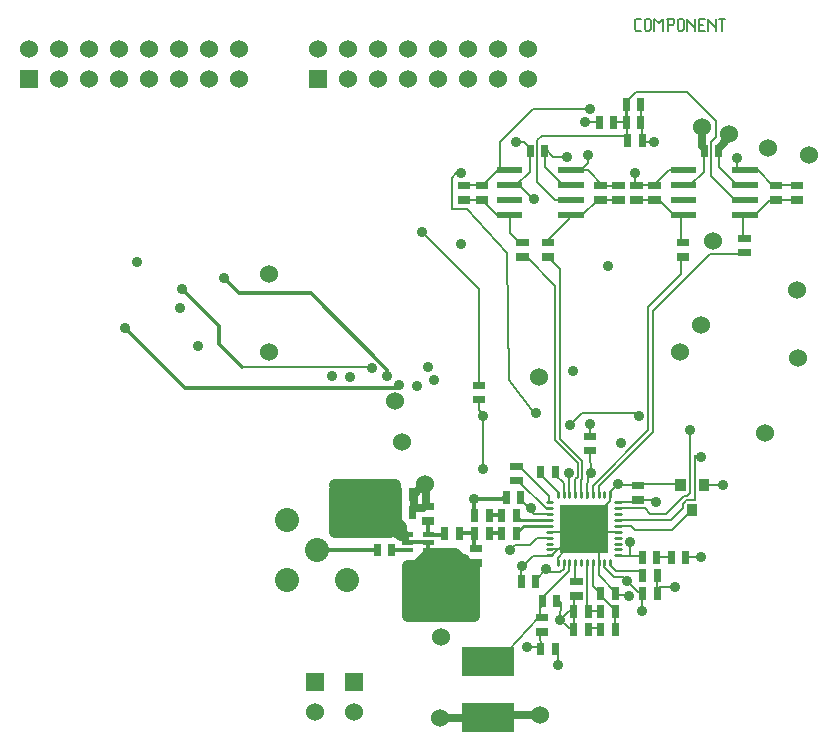
<source format=gbr>
G04 start of page 3 for group 1 idx 3
G04 Title: RX Daughterboard, component *
G04 Creator: pcb-bin 1.99u *
G04 CreationDate: Sun Jan  7 00:01:30 2007 UTC *
G04 For: matt *
G04 Format: Gerber/RS-274X *
G04 PCB-Dimensions: 275000 250000 *
G04 PCB-Coordinate-Origin: lower left *
%MOIN*%
%FSLAX24Y24*%
%LNFRONT*%
%ADD11C,0.0140*%
%ADD12C,0.0080*%
%ADD13C,0.0250*%
%ADD14C,0.0400*%
%ADD15C,0.0140*%
%ADD16C,0.0110*%
%ADD17C,0.0050*%
%ADD18R,0.0600X0.0600*%
%ADD19C,0.0600*%
%ADD20C,0.0800*%
%ADD21C,0.0360*%
%ADD22C,0.0350*%
%ADD23C,0.0600*%
%ADD24C,0.0310*%
%ADD25R,0.0240X0.0240*%
%ADD26C,0.0110*%
%ADD27R,0.0340X0.0340*%
%ADD28R,0.1610X0.1610*%
%ADD29R,0.0200X0.0200*%
%ADD30R,0.0150X0.0150*%
%ADD31R,0.0970X0.0970*%
%ADD32C,0.0400*%
%ADD33C,0.0580*%
%ADD34C,0.1280*%
%ADD35C,0.0180*%
%ADD36C,0.0150*%
G54D11*X7900Y13000D02*X7150Y13750D01*
Y14350D01*
X5900Y15600D01*
X7800Y15450D02*X7300Y15950D01*
X6000Y12300D02*X4000Y14300D01*
X13150Y12400D02*X13050Y12300D01*
X6000D01*
X12750Y12700D02*Y12895D01*
X10195Y15450D01*
X7800D01*
G54D12*X7900Y13000D02*X12200D01*
X12250Y12950D01*
X26310Y18560D02*X25700D01*
X25000Y18050D02*X25500Y18550D01*
X25650D01*
X26300Y19050D02*X25700D01*
X25610Y19040D02*X25100Y19550D01*
X24900D01*
X24350D02*X24400Y19600D01*
X24560Y17290D02*X24600Y17330D01*
Y18050D01*
X23550Y19350D02*X24350Y18550D01*
X23500Y16750D02*X24550D01*
X26310Y19040D02*X26300Y19050D01*
X21140Y19040D02*X21150Y19050D01*
X21650D01*
X23310Y20110D02*Y19510D01*
G54D13*Y20290D02*X23250Y20350D01*
Y20900D01*
Y20350D02*Y21000D01*
G54D12*X21240Y20460D02*X21280Y20500D01*
X21650D01*
Y19050D02*X22150Y19550D01*
X22400D01*
X23310Y19510D02*X22850Y19050D01*
X24400Y19600D02*Y19950D01*
X23790Y19660D02*X24400Y19050D01*
G54D13*X23790Y20290D02*X24150Y20650D01*
Y20750D01*
G54D12*X23790Y20110D02*Y19660D01*
X21190Y21840D02*X21200Y21830D01*
X20710Y21840D02*X21020Y22150D01*
X22750D01*
X21200Y21830D02*Y21100D01*
X21240Y21060D01*
Y20550D01*
X20760Y20640D02*X20700Y20700D01*
X22750Y22150D02*X23700Y21200D01*
Y20650D01*
X23550Y20500D01*
Y19350D01*
X22510Y17140D02*X22550Y17180D01*
Y18050D01*
X22300D01*
X21800Y18550D01*
X21050D01*
X20360Y19040D02*X19850D01*
X20360Y18560D02*X20350Y18550D01*
X19900D01*
X20960Y19040D02*X21000Y19080D01*
Y19450D01*
X22550Y16100D02*Y16650D01*
X21600Y14850D02*X23500Y16750D01*
X20290Y21240D02*X20380Y21150D01*
X20710D01*
X20700Y21160D01*
Y21650D01*
X20750Y21600D01*
Y20600D01*
X19350Y21150D02*X19800D01*
X19500Y21600D02*X17600D01*
X16500Y20500D01*
X19760Y18560D02*X19250Y18050D01*
X19100D01*
X18010Y17140D02*X18800Y17930D01*
Y18050D01*
X17750Y19150D02*X18350Y18550D01*
X18600D01*
X19200Y19550D02*X19450Y19800D01*
X17990Y19660D02*X18600Y19050D01*
X18350Y15700D02*X17400Y16650D01*
X18499Y16250D02*X18100Y16650D01*
X19940Y19040D02*X19430Y19550D01*
X19450Y19800D02*Y20050D01*
X19430Y19550D02*X18900D01*
X20700Y20700D02*X17900D01*
X17750Y20550D01*
Y19150D01*
X17990Y20290D02*Y19660D01*
Y20290D02*X18280Y20000D01*
X18700D01*
X17510Y20290D02*X17300Y20500D01*
X17050D01*
X17160Y17140D02*X16850Y17450D01*
Y18000D01*
X15900Y18550D02*X16400Y18050D01*
X16550D01*
X15400Y18250D02*X16750Y16800D01*
X13900Y17500D02*X15800Y15600D01*
X15210Y18560D02*X15220Y18550D01*
X15900D01*
X15220Y19050D02*X15950D01*
X14900Y18250D02*X15400D01*
X14900D02*Y19300D01*
X15950Y19050D02*X16450Y19550D01*
X16700D01*
X17510Y20290D02*Y19510D01*
X17050Y19050D01*
X17600Y18600D02*X17150Y19050D01*
X16500Y20500D02*Y19550D01*
X15210Y19040D02*X15220Y19050D01*
X14900Y19300D02*X15050Y19450D01*
X15200D01*
G54D13*X10400Y6900D02*X10350Y6850D01*
G54D11*X10400Y6900D02*X12410D01*
X13310D02*X12900D01*
G54D14*X11000Y7500D02*X12850D01*
X12700Y7750D02*X11200D01*
X11150Y7800D01*
G54D12*X13110Y8840D02*X13100Y8830D01*
Y8300D01*
X13110Y8840D02*X13070Y8800D01*
X12700D01*
X13110Y8240D02*X13100Y8250D01*
X12700D01*
G54D14*X13050Y7700D02*Y8900D01*
X12700Y8450D02*Y7750D01*
X11000Y8850D02*Y7500D01*
X11150Y7800D02*Y8150D01*
X11200Y8200D01*
X13050Y8900D02*X11000D01*
X11350Y8450D02*X12700D01*
X12750Y8600D02*X11450D01*
X11400Y8550D01*
Y8650D01*
X11000Y9050D02*X13000D01*
X11000Y8900D02*Y8800D01*
X11350Y8450D01*
X11400Y8650D02*X11000Y9050D01*
X11200Y8200D02*X12250D01*
X12350Y8100D01*
X11950D01*
X11750Y7900D01*
X12050D01*
X12750Y8600D01*
X13000Y9050D02*Y7550D01*
G54D12*X13310Y7410D02*X13150Y7570D01*
G54D15*X13310Y7410D02*X13220Y7500D01*
G54D14*X13100Y7450D02*X13150D01*
X13200Y7400D01*
G54D12*X13150Y7570D02*Y8050D01*
G54D15*X13310Y7150D02*X13400Y7240D01*
Y7450D01*
X13220Y7500D02*X12850Y7400D01*
G54D14*Y7500D02*X13050Y7700D01*
X13000Y7550D02*X13100Y7450D01*
X13200Y7650D02*X13100Y7750D01*
X13200Y7400D02*Y7650D01*
G54D12*X17800Y4650D02*X16750Y3500D01*
X16450D01*
X17800Y4150D02*X17900Y3550D01*
X17400Y3650D02*X17800D01*
G54D13*X16490Y1310D02*X16580Y1400D01*
X17850D01*
X15710Y1310D02*X15700Y1300D01*
X14500D01*
G54D12*X17810Y4160D02*X17900Y4150D01*
X18390Y5290D02*X18550Y5130D01*
X18500Y4600D01*
Y4550D02*X18800Y4850D01*
X18960D01*
X18920Y4200D02*X18500Y4550D01*
X17900Y5280D02*X17800Y4650D01*
X18960Y5360D02*Y4250D01*
X18340Y3690D02*X18450Y3580D01*
Y3050D01*
X18960Y4160D02*X18920Y4200D01*
X18810Y6380D02*Y6210D01*
X18620Y6380D02*Y6270D01*
X18810Y6210D02*X17900Y5300D01*
X17910Y5290D02*X17900Y5280D01*
X18150Y6150D02*X18500D01*
X17210Y6310D02*Y5850D01*
X18050Y6250D02*X18150Y6150D01*
X18050Y6250D02*X17700Y5900D01*
Y5850D01*
X18620Y6270D02*X18500Y6150D01*
G54D14*X15650Y6350D02*Y4700D01*
X13450D01*
X15350Y6000D02*Y5000D01*
X13700D01*
X15100Y5650D02*Y5350D01*
X13950D01*
X13450Y4700D02*Y6000D01*
X15350D01*
X13700Y5000D02*Y5600D01*
X13750Y5650D01*
X15100D01*
X13950Y5350D02*X13450Y5850D01*
Y6350D01*
G54D12*X22690Y6560D02*X22780Y6650D01*
X23200D01*
X21320Y8280D02*X21500Y8100D01*
X22038D01*
X22190Y7890D02*X22600Y8300D01*
X22038Y8100D02*X22638Y8700D01*
X22600Y8300D02*Y8444D01*
X20180Y8820D02*X20410Y9050D01*
X20180Y8820D02*Y8530D01*
X20000Y8350D01*
X20350Y6720D02*X20370Y6700D01*
X21250D01*
X19790Y6550D02*Y6860D01*
X19750Y6900D01*
X20360Y6200D02*X21250D01*
X19980Y6380D02*Y6320D01*
X19390Y8650D02*X19400Y8640D01*
X19450Y9450D02*X19400Y8750D01*
X19100Y9340D02*Y9800D01*
X19250Y9278D02*Y9862D01*
X19590Y8820D02*Y9040D01*
X19860Y4340D02*X19820Y4300D01*
X19450D01*
X19440Y4340D02*X19450Y4300D01*
X20340Y4340D02*X20350Y4350D01*
Y4900D01*
X20750Y5400D02*X20400D01*
X20270Y4950D02*X20300D01*
X21740Y5540D02*X21850Y5650D01*
X22350D01*
X21100Y5500D02*X21250D01*
X21260Y5360D02*X21250Y5350D01*
Y4850D01*
X19440Y4940D02*X19530Y4850D01*
X19390Y5010D02*X19450Y4950D01*
X19590Y5710D02*X19850Y5450D01*
X19530Y4850D02*X19860D01*
Y5360D02*X20270Y4950D01*
X20180Y6380D02*X20360Y6200D01*
X19790Y6060D02*X20350Y5500D01*
X19980Y6320D02*X20300Y6000D01*
X20600D01*
X19390Y6380D02*Y5010D01*
X19590Y6380D02*Y5710D01*
X19790Y6380D02*Y6060D01*
X19010Y6380D02*X19000Y6370D01*
Y5850D01*
X20800Y5350D02*X20750Y5400D01*
X21740Y6140D02*Y5450D01*
X20600Y6000D02*X21100Y5500D01*
X22210Y6740D02*X22120Y6650D01*
X21750D01*
X20850Y6700D02*Y7150D01*
X21010Y9040D02*X21270Y9100D01*
X20410Y9050D02*X21050D01*
X20350Y8480D02*X20370Y8500D01*
X19790Y8820D02*Y9028D01*
X20520Y7690D02*X20860D01*
X21000Y7550D01*
X20350Y7510D02*X19740D01*
X19700Y7550D01*
X20370Y8500D02*X21100D01*
X21700D02*X21650Y8550D01*
X21100D01*
X20520Y8280D02*X21320D01*
X21000Y7550D02*X22250D01*
X22850Y8150D01*
X20520Y7890D02*X22190D01*
G54D11*X16140Y7540D02*X16230Y7450D01*
X16600D01*
G54D12*X16850Y6900D02*X17000Y7050D01*
X17500D01*
G54D16*X17160Y7890D02*X17100Y7950D01*
X17290Y7690D02*X17150Y7550D01*
G54D15*X16710Y8740D02*X16570Y8600D01*
X15650D01*
G54D12*X18420Y6550D02*Y6620D01*
X17210Y6310D02*X17600Y6700D01*
G54D15*X15610Y6460D02*X15650Y6420D01*
Y6000D01*
G54D12*X17600Y6700D02*X18150D01*
Y8680D02*Y8500D01*
X17500Y7050D02*X17750Y7300D01*
X17190Y8560D02*X17650Y8100D01*
X18150D01*
G54D16*X18080Y7890D02*X17160D01*
X18080Y7690D02*X17290D01*
G54D12*X18080Y7510D02*X18090Y7500D01*
X17750Y7300D02*X18100D01*
X18090Y7500D02*X18800D01*
X18250Y6920D02*X18770D01*
X18850Y7000D01*
X18250Y6720D02*X18480Y6950D01*
X18800D01*
X18420Y6620D02*X18650Y6850D01*
X17860Y9410D02*X18450Y8820D01*
Y8800D01*
X17140Y9690D02*X18150Y8680D01*
X16960Y9210D02*X17115D01*
X18070Y8254D01*
X18340Y9410D02*X18620Y9130D01*
Y8735D01*
X18810Y8820D02*X18800Y8830D01*
Y9400D01*
X19010Y8820D02*Y9250D01*
X19100Y9340D01*
X19210Y8820D02*Y9238D01*
X19250Y9278D01*
X19100Y9800D02*X18350Y10550D01*
Y15700D01*
X18499Y10612D02*Y16250D01*
X16750Y16800D02*X16800Y12550D01*
X17650Y11450D01*
X15800Y15600D02*Y12400D01*
X19250Y9862D02*X18499Y10612D01*
X18850Y11050D02*X19250Y11450D01*
X15900D02*X15800Y11550D01*
Y11850D01*
X15950Y11350D02*Y9600D01*
X19500Y10780D02*Y11100D01*
X21450Y10900D02*Y15000D01*
X22550Y16100D01*
X19410Y10690D02*X19500Y10780D01*
X19410Y10210D02*X19500Y10120D01*
X19550Y9450D01*
X19590Y9040D02*X21450Y10900D01*
X19790Y9028D02*X21600Y10838D01*
X22850Y9950D02*Y10900D01*
X21600Y10838D02*Y14850D01*
X19250Y11450D02*X21100D01*
X21200Y11300D01*
X21070Y9100D02*X22500D01*
X23950Y9050D02*X23300D01*
Y9080D02*X23350Y9130D01*
X22600Y8444D02*X22655Y8500D01*
Y8505D01*
X22700Y8550D01*
X22638Y8700D02*X22750D01*
X23000Y8550D02*Y10050D01*
X22700Y8550D02*X23000D01*
X22850Y8800D02*Y10000D01*
X22750Y8700D02*X22850Y8800D01*
X23200Y10000D02*X23000D01*
G54D13*X14000Y9100D02*X13650Y8750D01*
X14000Y9100D02*X14050Y9050D01*
Y8400D01*
X13950Y8300D01*
X13650D01*
Y8600D01*
X13750Y8850D02*X13650Y8700D01*
G54D12*X14010Y7860D02*X14110Y7760D01*
G54D11*X14010Y7860D02*X14100Y7770D01*
X15140Y7540D02*X15230Y7450D01*
X15650D01*
X15610Y6940D02*X15650Y6980D01*
Y7450D01*
X15200D01*
X16140Y8140D02*X16230Y8050D01*
X16550D01*
G54D15*X15650Y8150D02*Y8500D01*
X15660Y8140D02*X15650Y8150D01*
G54D12*X14110Y7760D02*Y7410D01*
G54D11*X14100Y7770D02*Y7400D01*
X14650D01*
G54D15*X13510Y7150D02*X14100D01*
G54D14*X13450Y6350D02*X13750D01*
X14150Y6750D01*
G54D15*X14100Y7150D02*Y6950D01*
G54D14*X13450Y6350D02*X15650D01*
X14150Y6750D02*X15000D01*
X15100Y6650D01*
Y6600D01*
X15150Y6550D01*
X15300D01*
G54D17*X21050Y24200D02*X21200D01*
X21000Y24250D02*X21050Y24200D01*
X21000Y24550D02*Y24250D01*
Y24550D02*X21050Y24600D01*
X21200D01*
X21320Y24550D02*Y24250D01*
Y24550D02*X21370Y24600D01*
X21470D01*
X21520Y24550D01*
Y24250D01*
X21470Y24200D02*X21520Y24250D01*
X21370Y24200D02*X21470D01*
X21320Y24250D02*X21370Y24200D01*
X21640Y24600D02*Y24200D01*
Y24600D02*X21790Y24450D01*
X21940Y24600D01*
Y24200D01*
X22110Y24600D02*Y24200D01*
X22060Y24600D02*X22260D01*
X22310Y24550D01*
Y24450D01*
X22260Y24400D02*X22310Y24450D01*
X22110Y24400D02*X22260D01*
X22430Y24550D02*Y24250D01*
Y24550D02*X22480Y24600D01*
X22580D01*
X22630Y24550D01*
Y24250D01*
X22580Y24200D02*X22630Y24250D01*
X22480Y24200D02*X22580D01*
X22430Y24250D02*X22480Y24200D01*
X22750Y24600D02*Y24200D01*
Y24600D02*Y24550D01*
X23000Y24300D01*
Y24600D02*Y24200D01*
X23120Y24400D02*X23270D01*
X23120Y24200D02*X23320D01*
X23120Y24600D02*Y24200D01*
Y24600D02*X23320D01*
X23440D02*Y24200D01*
Y24600D02*Y24550D01*
X23690Y24300D01*
Y24600D02*Y24200D01*
X23810Y24600D02*X24010D01*
X23910D02*Y24200D01*
G54D18*X10350Y2500D03*
G54D19*Y1500D03*
G54D20*X9400Y7900D03*
Y5900D03*
G54D18*X10450Y22600D03*
G54D19*X11450D03*
X12450D03*
X13450D03*
X14450D03*
X15450D03*
X16450D03*
X17450D03*
G54D20*X10400Y6900D03*
X11400Y7900D03*
Y5900D03*
G54D18*X11650Y2500D03*
G54D19*Y1500D03*
G54D18*X800Y22600D03*
G54D19*Y23600D03*
X1800Y22600D03*
Y23600D03*
X2800Y22600D03*
Y23600D03*
X3800Y22600D03*
Y23600D03*
X4800Y22600D03*
X5800D03*
X6800D03*
X7800D03*
X4800Y23600D03*
X5800D03*
X6800D03*
X7800D03*
X10450D03*
X11450D03*
X12450D03*
X13450D03*
X14450D03*
X15450D03*
X16450D03*
X17450D03*
G54D21*X16850Y6900D03*
X17250Y6350D03*
G54D22*X15650Y6000D03*
G54D21*X18050Y6250D03*
G54D23*X17850Y1400D03*
G54D21*X18450Y3050D03*
X18500Y4550D03*
X17400Y3650D03*
G54D23*X14500Y1300D03*
X14550Y4000D03*
G54D24*X15050Y6100D03*
X13650Y5700D03*
X14550Y5850D03*
X14000Y5150D03*
X14700Y5050D03*
X15450Y4900D03*
X14100Y6500D03*
X14700Y6600D03*
X15150Y6500D03*
G54D21*X20800Y5350D03*
X22350Y5650D03*
X21250Y4850D03*
X20750Y5850D03*
X23200Y6650D03*
X21700Y8500D03*
X20850Y7150D03*
G54D24*X19900Y8100D03*
Y7750D03*
X19600Y7950D03*
X18800Y7050D03*
X19100Y7200D03*
X19350Y8150D03*
X18800Y8100D03*
Y7750D03*
Y7400D03*
X19100Y7550D03*
Y7950D03*
X19350Y7750D03*
X19400Y7350D03*
X19350Y7000D03*
X19650Y7150D03*
X19950Y7000D03*
X19900Y7350D03*
X19650Y7550D03*
G54D22*X4400Y16500D03*
X4000Y14300D03*
G54D23*X8800Y16100D03*
G54D22*X5850Y14950D03*
X5900Y15600D03*
X7300Y15950D03*
G54D23*X8800Y13500D03*
G54D22*X6450Y13700D03*
G54D23*X26800Y20050D03*
X25450Y20300D03*
X26400Y15550D03*
X23250Y21000D03*
G54D21*X21650Y20500D03*
X24400Y19950D03*
X21000Y19450D03*
G54D23*X23600Y17200D03*
X24150Y20750D03*
G54D21*X19350Y21150D03*
X19500Y21600D03*
X19450Y20050D03*
X18750Y20000D03*
X20100Y16350D03*
G54D23*X17800Y12650D03*
G54D21*X14100Y13000D03*
X14300Y12550D03*
X17050Y20500D03*
X13900Y17500D03*
X17650Y18600D03*
X15200Y17100D03*
Y19450D03*
G54D23*X22500Y13500D03*
X23200Y14400D03*
X26450Y13300D03*
G54D21*X19500Y11100D03*
X19550Y9450D03*
X18800D03*
X18850Y11050D03*
X21150Y11350D03*
X20550Y10450D03*
G54D23*X25350Y10800D03*
G54D21*X23200Y10000D03*
X22850Y10900D03*
X23950Y9050D03*
X18950Y12850D03*
X20450Y9100D03*
X17700Y11450D03*
G54D23*X13250Y10500D03*
X13000Y11850D03*
G54D21*X15950Y11350D03*
G54D23*X14000Y9100D03*
G54D22*X15650Y8600D03*
G54D21*X17550Y8300D03*
X15950Y9600D03*
X11500Y12650D03*
G54D22*X12750Y12700D03*
X10900D03*
X13150Y12400D03*
X12250Y12950D03*
G54D21*X13750Y12350D03*
X12700Y8800D03*
G54D24*X11150Y8950D03*
X11850D03*
X12200Y8450D03*
G54D21*X12700Y8250D03*
G54D24*X12300Y7550D03*
X12950D03*
G54D25*X20340Y5540D02*Y5360D01*
X21740Y5540D02*Y5360D01*
X21260Y5540D02*Y5360D01*
Y6140D02*Y5960D01*
X21740Y6140D02*Y5960D01*
X20340Y4940D02*Y4760D01*
Y4340D02*Y4160D01*
G54D26*X18080Y6720D02*X18250D01*
X18420Y6550D02*Y6380D01*
X18620Y6550D02*Y6380D01*
X18810Y6550D02*Y6380D01*
X19010Y6550D02*Y6380D01*
X19210Y6550D02*Y6380D01*
X19390Y6550D02*Y6380D01*
X19590Y6550D02*Y6380D01*
G54D25*X21250Y6740D02*Y6560D01*
X21730Y6740D02*Y6560D01*
X22210Y6740D02*Y6560D01*
X22690Y6740D02*Y6560D01*
G54D26*X19790Y6550D02*Y6380D01*
X19980Y6550D02*Y6380D01*
X20180Y6550D02*Y6380D01*
X20350Y6720D02*X20520D01*
X20350Y6920D02*X20520D01*
X20350Y7110D02*X20520D01*
X20350Y7310D02*X20520D01*
X20350Y7510D02*X20520D01*
X20350Y7690D02*X20520D01*
X20350Y7890D02*X20520D01*
G54D25*X19410Y10690D02*X19590D01*
X19410Y10210D02*X19590D01*
G54D26*X20350Y8090D02*X20520D01*
X20350Y8280D02*X20520D01*
X20350Y8480D02*X20520D01*
X20180Y8820D02*Y8650D01*
X19980Y8820D02*Y8650D01*
G54D25*X21010Y9040D02*X21190D01*
X21010Y8560D02*X21190D01*
G54D27*X23300Y9080D02*Y9020D01*
X22520Y9080D02*Y9020D01*
X22910Y8260D02*Y8200D01*
G54D26*X19790Y8820D02*Y8650D01*
X19590Y8820D02*Y8650D01*
X19390Y8820D02*Y8650D01*
X19210Y8820D02*Y8650D01*
X19010Y8820D02*Y8650D01*
X18810Y8820D02*Y8650D01*
X18620Y8820D02*Y8650D01*
X18420Y8820D02*Y8650D01*
G54D25*X18340Y9590D02*Y9410D01*
G54D28*X19300Y7600D03*
G54D25*X19860Y5540D02*Y5360D01*
X19440Y4940D02*Y4760D01*
X19860Y4940D02*Y4760D01*
X18960Y4340D02*Y4160D01*
X19440Y4340D02*Y4160D01*
X19860Y4340D02*Y4160D01*
X18960Y4940D02*Y4760D01*
Y5840D02*X19140D01*
X18960Y5360D02*X19140D01*
X18390Y5290D02*Y5110D01*
X25610Y19040D02*X25790D01*
X26310D02*X26490D01*
X21560D02*X21740D01*
X20960D02*X21140D01*
X25610Y18560D02*X25790D01*
G54D29*X22300Y18550D02*X22950D01*
X22300Y18050D02*X22950D01*
G54D25*X26310Y18560D02*X26490D01*
X21560D02*X21740D01*
X20960D02*X21140D01*
G54D29*X24350Y18050D02*X25000D01*
X24350Y18550D02*X25000D01*
X24350Y19050D02*X25000D01*
X24350Y19550D02*X25000D01*
G54D25*X23790Y20290D02*Y20110D01*
X23310Y20290D02*Y20110D01*
X22510Y17140D02*X22690D01*
X24560Y17290D02*X24740D01*
X24560Y16810D02*X24740D01*
X22510Y16660D02*X22690D01*
X15710Y11910D02*X15890D01*
X15710Y12390D02*X15890D01*
G54D26*X18080Y8480D02*X18250D01*
X18080Y8280D02*X18250D01*
X18080Y8090D02*X18250D01*
X18080Y7890D02*X18250D01*
X18080Y7690D02*X18250D01*
G54D25*X15660Y7540D02*Y7360D01*
X16140Y7540D02*Y7360D01*
X15610Y6460D02*X15790D01*
X15610Y6940D02*X15790D01*
X15660Y8140D02*Y7960D01*
X16140Y8140D02*Y7960D01*
X16710Y8740D02*Y8560D01*
X16560Y8140D02*Y7960D01*
X17040Y8140D02*Y7960D01*
X17190Y8740D02*Y8560D01*
X16960Y9690D02*X17140D01*
X16960Y9210D02*X17140D01*
X17860Y9590D02*Y9410D01*
X12410Y6990D02*Y6810D01*
X12890Y6990D02*Y6810D01*
G54D30*X13310Y7410D02*X13510D01*
X13310Y7150D02*X13510D01*
X13310Y6900D02*X13510D01*
X14010D02*X14210D01*
X14010Y7150D02*X14210D01*
X14010Y7410D02*X14210D01*
G54D25*X14010Y8340D02*X14190D01*
X14010Y7860D02*X14190D01*
X13590Y8840D02*Y8660D01*
Y8240D02*Y8060D01*
X13110Y8840D02*Y8660D01*
Y8240D02*Y8060D01*
X14660Y7540D02*Y7360D01*
X15140Y7540D02*Y7360D01*
G54D31*X15710Y3190D02*X16490D01*
X15710Y1310D02*X16490D01*
G54D26*X18080Y7510D02*X18250D01*
X18080Y7310D02*X18250D01*
X18080Y7110D02*X18250D01*
X18080Y6920D02*X18250D01*
G54D25*X16560Y7540D02*Y7360D01*
X17040Y7540D02*Y7360D01*
X17210Y5940D02*Y5760D01*
X17690Y5940D02*Y5760D01*
X17910Y5290D02*Y5110D01*
X17810Y4640D02*X17990D01*
X17810Y4160D02*X17990D01*
X17860Y3690D02*Y3510D01*
X18340Y3690D02*Y3510D01*
X19810Y21240D02*Y21060D01*
X20290Y21240D02*Y21060D01*
X20710Y21240D02*Y21060D01*
X21190Y21240D02*Y21060D01*
X20710Y21840D02*Y21660D01*
X21190Y21840D02*Y21660D01*
X17990Y20290D02*Y20110D01*
X17510Y20290D02*Y20110D01*
X20760Y20640D02*Y20460D01*
X21240Y20640D02*Y20460D01*
X18010Y17140D02*X18190D01*
X17160D02*X17340D01*
X18010Y16660D02*X18190D01*
X17160D02*X17340D01*
G54D29*X18550Y18050D02*X19200D01*
X18550Y18550D02*X19200D01*
X18550Y19050D02*X19200D01*
X22300D02*X22950D01*
X18550Y19550D02*X19200D01*
X16500D02*X17150D01*
X22300D02*X22950D01*
G54D25*X15210Y18560D02*X15390D01*
X15210Y19040D02*X15390D01*
X15810D02*X15990D01*
X15810Y18560D02*X15990D01*
G54D29*X16500Y19050D02*X17150D01*
X16500Y18550D02*X17150D01*
X16500Y18050D02*X17150D01*
G54D25*X20360Y18560D02*X20540D01*
X20360Y19040D02*X20540D01*
X19760D02*X19940D01*
X19760Y18560D02*X19940D01*
G54D32*G54D33*G54D32*G54D33*G54D32*G54D34*G54D35*G54D36*G54D35*G54D22*G54D35*G54D22*G54D36*G54D35*G54D36*G54D34*G54D36*G54D34*G54D22*G54D36*G54D22*G54D36*G54D34*G54D22*G54D35*G54D22*G54D35*G54D22*G54D35*G54D22*G54D35*G54D22*G54D35*G54D22*G54D35*G54D22*G54D36*G54D35*G54D36*G54D35*G54D36*G54D35*G54D36*M02*

</source>
